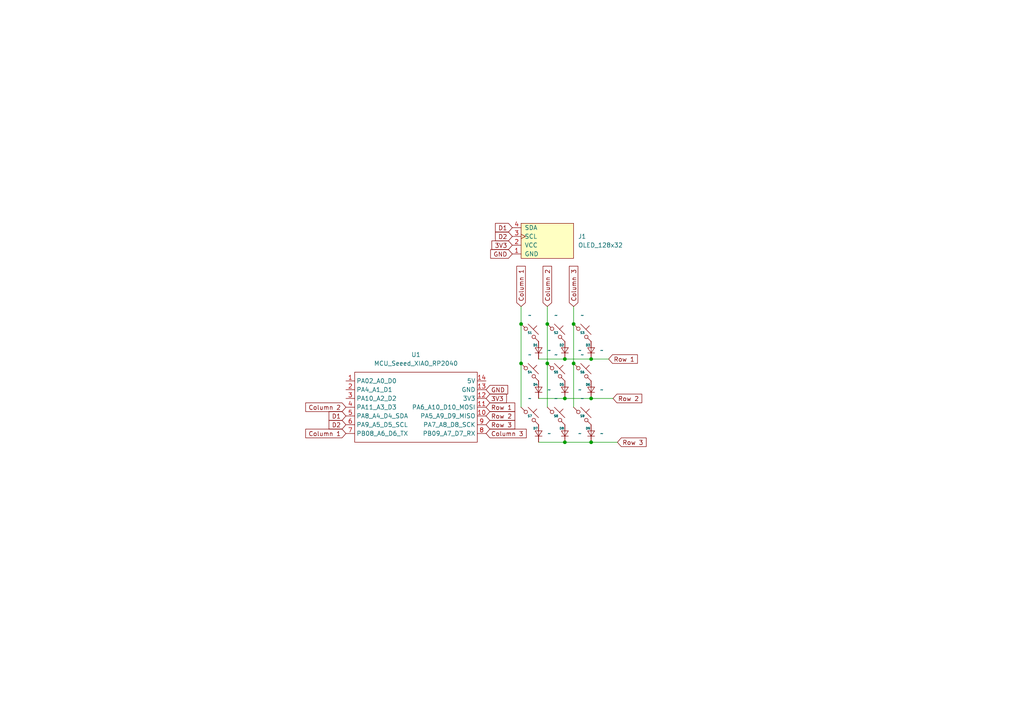
<source format=kicad_sch>
(kicad_sch
	(version 20250114)
	(generator "eeschema")
	(generator_version "9.0")
	(uuid "4175a7e9-5381-4230-93eb-bdee5aadb25e")
	(paper "A4")
	(lib_symbols
		(symbol "ScottoKeebs:MCU_Seeed_XIAO_RP2040"
			(exclude_from_sim no)
			(in_bom yes)
			(on_board yes)
			(property "Reference" "U"
				(at -16.51 11.43 0)
				(effects
					(font
						(size 1.27 1.27)
					)
				)
			)
			(property "Value" "MCU_Seeed_XIAO_RP2040"
				(at -3.81 -11.43 0)
				(effects
					(font
						(size 1.27 1.27)
					)
				)
			)
			(property "Footprint" ""
				(at -16.51 2.54 0)
				(effects
					(font
						(size 1.27 1.27)
					)
					(hide yes)
				)
			)
			(property "Datasheet" ""
				(at -16.51 2.54 0)
				(effects
					(font
						(size 1.27 1.27)
					)
					(hide yes)
				)
			)
			(property "Description" ""
				(at 0 0 0)
				(effects
					(font
						(size 1.27 1.27)
					)
					(hide yes)
				)
			)
			(symbol "MCU_Seeed_XIAO_RP2040_0_1"
				(rectangle
					(start -16.51 10.16)
					(end 19.05 -10.16)
					(stroke
						(width 0)
						(type default)
					)
					(fill
						(type none)
					)
				)
			)
			(symbol "MCU_Seeed_XIAO_RP2040_1_1"
				(pin passive line
					(at -19.05 7.62 0)
					(length 2.54)
					(name "PA02_A0_D0"
						(effects
							(font
								(size 1.27 1.27)
							)
						)
					)
					(number "1"
						(effects
							(font
								(size 1.27 1.27)
							)
						)
					)
				)
				(pin passive line
					(at -19.05 5.08 0)
					(length 2.54)
					(name "PA4_A1_D1"
						(effects
							(font
								(size 1.27 1.27)
							)
						)
					)
					(number "2"
						(effects
							(font
								(size 1.27 1.27)
							)
						)
					)
				)
				(pin passive line
					(at -19.05 2.54 0)
					(length 2.54)
					(name "PA10_A2_D2"
						(effects
							(font
								(size 1.27 1.27)
							)
						)
					)
					(number "3"
						(effects
							(font
								(size 1.27 1.27)
							)
						)
					)
				)
				(pin passive line
					(at -19.05 0 0)
					(length 2.54)
					(name "PA11_A3_D3"
						(effects
							(font
								(size 1.27 1.27)
							)
						)
					)
					(number "4"
						(effects
							(font
								(size 1.27 1.27)
							)
						)
					)
				)
				(pin passive line
					(at -19.05 -2.54 0)
					(length 2.54)
					(name "PA8_A4_D4_SDA"
						(effects
							(font
								(size 1.27 1.27)
							)
						)
					)
					(number "5"
						(effects
							(font
								(size 1.27 1.27)
							)
						)
					)
				)
				(pin passive line
					(at -19.05 -5.08 0)
					(length 2.54)
					(name "PA9_A5_D5_SCL"
						(effects
							(font
								(size 1.27 1.27)
							)
						)
					)
					(number "6"
						(effects
							(font
								(size 1.27 1.27)
							)
						)
					)
				)
				(pin passive line
					(at -19.05 -7.62 0)
					(length 2.54)
					(name "PB08_A6_D6_TX"
						(effects
							(font
								(size 1.27 1.27)
							)
						)
					)
					(number "7"
						(effects
							(font
								(size 1.27 1.27)
							)
						)
					)
				)
				(pin passive line
					(at 21.59 7.62 180)
					(length 2.54)
					(name "5V"
						(effects
							(font
								(size 1.27 1.27)
							)
						)
					)
					(number "14"
						(effects
							(font
								(size 1.27 1.27)
							)
						)
					)
				)
				(pin passive line
					(at 21.59 5.08 180)
					(length 2.54)
					(name "GND"
						(effects
							(font
								(size 1.27 1.27)
							)
						)
					)
					(number "13"
						(effects
							(font
								(size 1.27 1.27)
							)
						)
					)
				)
				(pin passive line
					(at 21.59 2.54 180)
					(length 2.54)
					(name "3V3"
						(effects
							(font
								(size 1.27 1.27)
							)
						)
					)
					(number "12"
						(effects
							(font
								(size 1.27 1.27)
							)
						)
					)
				)
				(pin passive line
					(at 21.59 0 180)
					(length 2.54)
					(name "PA6_A10_D10_MOSI"
						(effects
							(font
								(size 1.27 1.27)
							)
						)
					)
					(number "11"
						(effects
							(font
								(size 1.27 1.27)
							)
						)
					)
				)
				(pin passive line
					(at 21.59 -2.54 180)
					(length 2.54)
					(name "PA5_A9_D9_MISO"
						(effects
							(font
								(size 1.27 1.27)
							)
						)
					)
					(number "10"
						(effects
							(font
								(size 1.27 1.27)
							)
						)
					)
				)
				(pin passive line
					(at 21.59 -5.08 180)
					(length 2.54)
					(name "PA7_A8_D8_SCK"
						(effects
							(font
								(size 1.27 1.27)
							)
						)
					)
					(number "9"
						(effects
							(font
								(size 1.27 1.27)
							)
						)
					)
				)
				(pin passive line
					(at 21.59 -7.62 180)
					(length 2.54)
					(name "PB09_A7_D7_RX"
						(effects
							(font
								(size 1.27 1.27)
							)
						)
					)
					(number "8"
						(effects
							(font
								(size 1.27 1.27)
							)
						)
					)
				)
			)
			(embedded_fonts no)
		)
		(symbol "ScottoKeebs:OLED_128x32"
			(pin_names
				(offset 1.016)
			)
			(exclude_from_sim no)
			(in_bom yes)
			(on_board yes)
			(property "Reference" "J"
				(at 0 -6.35 0)
				(effects
					(font
						(size 1.27 1.27)
					)
				)
			)
			(property "Value" "OLED_128x32"
				(at 0 6.35 0)
				(effects
					(font
						(size 1.27 1.27)
					)
				)
			)
			(property "Footprint" "ScottoKeebs_Components:OLED_128x32"
				(at 0 8.89 0)
				(effects
					(font
						(size 1.27 1.27)
					)
					(hide yes)
				)
			)
			(property "Datasheet" ""
				(at 0 1.27 0)
				(effects
					(font
						(size 1.27 1.27)
					)
					(hide yes)
				)
			)
			(property "Description" ""
				(at 0 0 0)
				(effects
					(font
						(size 1.27 1.27)
					)
					(hide yes)
				)
			)
			(symbol "OLED_128x32_0_1"
				(rectangle
					(start 0 5.08)
					(end 15.24 -5.08)
					(stroke
						(width 0)
						(type default)
					)
					(fill
						(type background)
					)
				)
			)
			(symbol "OLED_128x32_1_1"
				(pin bidirectional line
					(at -2.54 3.81 0)
					(length 2.54)
					(name "SDA"
						(effects
							(font
								(size 1.27 1.27)
							)
						)
					)
					(number "4"
						(effects
							(font
								(size 1.27 1.27)
							)
						)
					)
				)
				(pin input clock
					(at -2.54 1.27 0)
					(length 2.54)
					(name "SCL"
						(effects
							(font
								(size 1.27 1.27)
							)
						)
					)
					(number "3"
						(effects
							(font
								(size 1.27 1.27)
							)
						)
					)
				)
				(pin power_in line
					(at -2.54 -1.27 0)
					(length 2.54)
					(name "VCC"
						(effects
							(font
								(size 1.27 1.27)
							)
						)
					)
					(number "2"
						(effects
							(font
								(size 1.27 1.27)
							)
						)
					)
				)
				(pin power_in line
					(at -2.54 -3.81 0)
					(length 2.54)
					(name "GND"
						(effects
							(font
								(size 1.27 1.27)
							)
						)
					)
					(number "1"
						(effects
							(font
								(size 1.27 1.27)
							)
						)
					)
				)
			)
			(embedded_fonts no)
		)
		(symbol "ScottoKeebs:Placeholder_Diode"
			(pin_numbers
				(hide yes)
			)
			(pin_names
				(hide yes)
			)
			(exclude_from_sim no)
			(in_bom yes)
			(on_board yes)
			(property "Reference" "D"
				(at -0.15 1.066 0)
				(do_not_autoplace)
				(effects
					(font
						(size 0.635 0.635)
						(thickness 0.127)
						(bold yes)
					)
					(justify right bottom)
				)
			)
			(property "Value" ""
				(at 2.54 0 90)
				(effects
					(font
						(size 1.27 1.27)
					)
				)
			)
			(property "Footprint" ""
				(at 0 0 90)
				(effects
					(font
						(size 1.27 1.27)
					)
					(hide yes)
				)
			)
			(property "Datasheet" ""
				(at 0 0 90)
				(effects
					(font
						(size 1.27 1.27)
					)
					(hide yes)
				)
			)
			(property "Description" ""
				(at 3.81 0 90)
				(effects
					(font
						(size 1.27 1.27)
					)
					(hide yes)
				)
			)
			(property "ki_keywords" "diode"
				(at 0 0 0)
				(effects
					(font
						(size 1.27 1.27)
					)
					(hide yes)
				)
			)
			(property "ki_fp_filters" "D*DO?35*"
				(at 0 0 0)
				(effects
					(font
						(size 1.27 1.27)
					)
					(hide yes)
				)
			)
			(symbol "Placeholder_Diode_0_1"
				(polyline
					(pts
						(xy 0 -0.762) (xy 0 0.762)
					)
					(stroke
						(width 0)
						(type default)
					)
					(fill
						(type none)
					)
				)
			)
			(symbol "Placeholder_Diode_1_1"
				(polyline
					(pts
						(xy 1.016 0.762) (xy 0 -0.762) (xy -1.016 0.762) (xy 1.016 0.762)
					)
					(stroke
						(width 0.1524)
						(type default)
					)
					(fill
						(type none)
					)
				)
				(polyline
					(pts
						(xy 1.016 -0.762) (xy -1.016 -0.762)
					)
					(stroke
						(width 0.1524)
						(type default)
					)
					(fill
						(type none)
					)
				)
				(pin passive line
					(at 0 2.54 270)
					(length 1.778)
					(name "A"
						(effects
							(font
								(size 1.27 1.27)
							)
						)
					)
					(number "2"
						(effects
							(font
								(size 1.27 1.27)
							)
						)
					)
				)
				(pin passive line
					(at 0 -2.54 90)
					(length 1.778)
					(name "K"
						(effects
							(font
								(size 1.27 1.27)
							)
						)
					)
					(number "1"
						(effects
							(font
								(size 1.27 1.27)
							)
						)
					)
				)
			)
			(embedded_fonts no)
		)
		(symbol "ScottoKeebs:Placeholder_Keyswitch"
			(pin_numbers
				(hide yes)
			)
			(pin_names
				(offset 1.016)
				(hide yes)
			)
			(exclude_from_sim no)
			(in_bom yes)
			(on_board yes)
			(property "Reference" "S"
				(at 0 0 0)
				(do_not_autoplace)
				(effects
					(font
						(size 0.635 0.635)
						(thickness 0.127)
						(bold yes)
					)
				)
			)
			(property "Value" ""
				(at 0 -3.81 0)
				(effects
					(font
						(size 1.27 1.27)
					)
				)
			)
			(property "Footprint" ""
				(at 0 0 0)
				(effects
					(font
						(size 1.27 1.27)
					)
					(hide yes)
				)
			)
			(property "Datasheet" ""
				(at -2.54 -1.778 0)
				(effects
					(font
						(size 1.27 1.27)
					)
					(hide yes)
				)
			)
			(property "Description" ""
				(at 0 0 0)
				(effects
					(font
						(size 1.27 1.27)
					)
					(hide yes)
				)
			)
			(property "ki_keywords" "switch normally-open pushbutton push-button"
				(at 0 0 0)
				(effects
					(font
						(size 1.27 1.27)
					)
					(hide yes)
				)
			)
			(symbol "Placeholder_Keyswitch_0_1"
				(polyline
					(pts
						(xy -2.54 2.54) (xy -1.524 1.524) (xy -1.524 1.524)
					)
					(stroke
						(width 0)
						(type default)
					)
					(fill
						(type none)
					)
				)
				(circle
					(center -1.1684 1.1684)
					(radius 0.508)
					(stroke
						(width 0)
						(type default)
					)
					(fill
						(type none)
					)
				)
				(polyline
					(pts
						(xy -0.508 2.54) (xy 2.54 -0.508)
					)
					(stroke
						(width 0)
						(type default)
					)
					(fill
						(type none)
					)
				)
				(polyline
					(pts
						(xy 1.016 1.016) (xy 2.032 2.032)
					)
					(stroke
						(width 0)
						(type default)
					)
					(fill
						(type none)
					)
				)
				(circle
					(center 1.143 -1.1938)
					(radius 0.508)
					(stroke
						(width 0)
						(type default)
					)
					(fill
						(type none)
					)
				)
				(polyline
					(pts
						(xy 1.524 -1.524) (xy 2.54 -2.54) (xy 2.54 -2.54) (xy 2.54 -2.54)
					)
					(stroke
						(width 0)
						(type default)
					)
					(fill
						(type none)
					)
				)
				(pin passive line
					(at -2.54 2.54 0)
					(length 0)
					(name "1"
						(effects
							(font
								(size 1.27 1.27)
							)
						)
					)
					(number "1"
						(effects
							(font
								(size 1.27 1.27)
							)
						)
					)
				)
				(pin passive line
					(at 2.54 -2.54 180)
					(length 0)
					(name "2"
						(effects
							(font
								(size 1.27 1.27)
							)
						)
					)
					(number "2"
						(effects
							(font
								(size 1.27 1.27)
							)
						)
					)
				)
			)
			(embedded_fonts no)
		)
	)
	(junction
		(at 158.75 93.98)
		(diameter 0)
		(color 0 0 0 0)
		(uuid "0ca30822-5bce-441a-8178-30535562f3b5")
	)
	(junction
		(at 171.45 128.27)
		(diameter 0)
		(color 0 0 0 0)
		(uuid "24204a1b-000b-400c-8226-2174e9cfc488")
	)
	(junction
		(at 163.83 115.57)
		(diameter 0)
		(color 0 0 0 0)
		(uuid "2e33d298-7bae-46f6-ac89-05341b06fe60")
	)
	(junction
		(at 166.37 105.41)
		(diameter 0)
		(color 0 0 0 0)
		(uuid "5ec39e81-e372-4864-ba03-2fea07d2eea0")
	)
	(junction
		(at 163.83 104.14)
		(diameter 0)
		(color 0 0 0 0)
		(uuid "600c19f6-de15-4f5e-9391-c3178d6f6261")
	)
	(junction
		(at 158.75 105.41)
		(diameter 0)
		(color 0 0 0 0)
		(uuid "721f102f-192c-4c71-9b08-76a34549ecec")
	)
	(junction
		(at 163.83 128.27)
		(diameter 0)
		(color 0 0 0 0)
		(uuid "bb8f9813-972c-4ee7-a512-57c918d52d97")
	)
	(junction
		(at 171.45 104.14)
		(diameter 0)
		(color 0 0 0 0)
		(uuid "c99334aa-4f93-4197-b6f1-19b637f59085")
	)
	(junction
		(at 166.37 93.98)
		(diameter 0)
		(color 0 0 0 0)
		(uuid "c9a0651c-092f-437a-8bff-574928622be4")
	)
	(junction
		(at 151.13 105.41)
		(diameter 0)
		(color 0 0 0 0)
		(uuid "ce86d260-58cf-4616-9547-f15edb6f7975")
	)
	(junction
		(at 151.13 93.98)
		(diameter 0)
		(color 0 0 0 0)
		(uuid "e233119e-e2a8-4151-b7b6-43085e7f8944")
	)
	(junction
		(at 171.45 115.57)
		(diameter 0)
		(color 0 0 0 0)
		(uuid "e5ec2140-5869-483f-8334-ccb1ab6f08ea")
	)
	(wire
		(pts
			(xy 171.45 128.27) (xy 179.07 128.27)
		)
		(stroke
			(width 0)
			(type default)
		)
		(uuid "0ecb44a3-0e39-48ef-a1f8-bea890ebe92a")
	)
	(wire
		(pts
			(xy 156.21 128.27) (xy 163.83 128.27)
		)
		(stroke
			(width 0)
			(type default)
		)
		(uuid "179584f7-c20d-4ba3-a9f3-cd3cb0ef8f1c")
	)
	(wire
		(pts
			(xy 163.83 104.14) (xy 171.45 104.14)
		)
		(stroke
			(width 0)
			(type default)
		)
		(uuid "2d59d9c0-b549-4ee6-aa76-eef5fbd662fb")
	)
	(wire
		(pts
			(xy 158.75 93.98) (xy 158.75 105.41)
		)
		(stroke
			(width 0)
			(type default)
		)
		(uuid "2d815ec3-1413-4af2-9586-8b7f99e2f413")
	)
	(wire
		(pts
			(xy 151.13 105.41) (xy 151.13 118.11)
		)
		(stroke
			(width 0)
			(type default)
		)
		(uuid "3e8dc4c8-f566-479d-9f77-727f3a1e2545")
	)
	(wire
		(pts
			(xy 166.37 93.98) (xy 166.37 105.41)
		)
		(stroke
			(width 0)
			(type default)
		)
		(uuid "3f283f42-f5f1-4d55-8342-3af6c0f006eb")
	)
	(wire
		(pts
			(xy 156.21 104.14) (xy 163.83 104.14)
		)
		(stroke
			(width 0)
			(type default)
		)
		(uuid "5992162a-31db-473e-834a-37595bc193a4")
	)
	(wire
		(pts
			(xy 158.75 88.9) (xy 158.75 93.98)
		)
		(stroke
			(width 0)
			(type default)
		)
		(uuid "7e6775c1-0f79-4b57-9be9-efdcb11a5dff")
	)
	(wire
		(pts
			(xy 151.13 93.98) (xy 151.13 105.41)
		)
		(stroke
			(width 0)
			(type default)
		)
		(uuid "87264637-72bc-4869-9c73-fd9ef38fcb27")
	)
	(wire
		(pts
			(xy 156.21 115.57) (xy 163.83 115.57)
		)
		(stroke
			(width 0)
			(type default)
		)
		(uuid "98518ffd-84d5-48ef-a771-2110623eb296")
	)
	(wire
		(pts
			(xy 163.83 128.27) (xy 171.45 128.27)
		)
		(stroke
			(width 0)
			(type default)
		)
		(uuid "99b3d7f2-0f82-4c65-95ce-f0a2c76d3680")
	)
	(wire
		(pts
			(xy 166.37 105.41) (xy 166.37 118.11)
		)
		(stroke
			(width 0)
			(type default)
		)
		(uuid "9e792753-b6ea-4976-b5e0-572ff1bd1b9f")
	)
	(wire
		(pts
			(xy 166.37 88.9) (xy 166.37 93.98)
		)
		(stroke
			(width 0)
			(type default)
		)
		(uuid "b6e1439d-036c-4ffe-bd45-1c9a9918fb00")
	)
	(wire
		(pts
			(xy 177.8 115.57) (xy 171.45 115.57)
		)
		(stroke
			(width 0)
			(type default)
		)
		(uuid "bb99a53e-170e-4388-afbc-e7c565a3cfe8")
	)
	(wire
		(pts
			(xy 158.75 105.41) (xy 158.75 118.11)
		)
		(stroke
			(width 0)
			(type default)
		)
		(uuid "dcc37d93-5130-4717-b48a-027a1b9ebe35")
	)
	(wire
		(pts
			(xy 163.83 115.57) (xy 171.45 115.57)
		)
		(stroke
			(width 0)
			(type default)
		)
		(uuid "df235d79-99a5-4b73-b178-7f9ca6a9a275")
	)
	(wire
		(pts
			(xy 151.13 88.9) (xy 151.13 93.98)
		)
		(stroke
			(width 0)
			(type default)
		)
		(uuid "ed68b0b1-68bc-4b68-8fc5-aed88e63f59a")
	)
	(wire
		(pts
			(xy 176.53 104.14) (xy 171.45 104.14)
		)
		(stroke
			(width 0)
			(type default)
		)
		(uuid "ed9f7563-66f5-452e-99e3-c6fca42032f5")
	)
	(global_label "Column 3"
		(shape input)
		(at 140.97 125.73 0)
		(fields_autoplaced yes)
		(effects
			(font
				(size 1.27 1.27)
			)
			(justify left)
		)
		(uuid "1d3635dc-7581-42de-a7a5-1a5cf544a9bb")
		(property "Intersheetrefs" "${INTERSHEET_REFS}"
			(at 153.2078 125.73 0)
			(effects
				(font
					(size 1.27 1.27)
				)
				(justify left)
				(hide yes)
			)
		)
	)
	(global_label "3V3"
		(shape input)
		(at 140.97 115.57 0)
		(fields_autoplaced yes)
		(effects
			(font
				(size 1.27 1.27)
			)
			(justify left)
		)
		(uuid "1e0184c5-e99a-4fa1-a5f5-cd46816eb355")
		(property "Intersheetrefs" "${INTERSHEET_REFS}"
			(at 147.4628 115.57 0)
			(effects
				(font
					(size 1.27 1.27)
				)
				(justify left)
				(hide yes)
			)
		)
	)
	(global_label "Column 3"
		(shape input)
		(at 166.37 88.9 90)
		(fields_autoplaced yes)
		(effects
			(font
				(size 1.27 1.27)
			)
			(justify left)
		)
		(uuid "1fd36e51-7d26-47a1-996f-93a8b39e5e99")
		(property "Intersheetrefs" "${INTERSHEET_REFS}"
			(at 166.37 76.6622 90)
			(effects
				(font
					(size 1.27 1.27)
				)
				(justify left)
				(hide yes)
			)
		)
	)
	(global_label "3V3"
		(shape input)
		(at 148.59 71.12 180)
		(fields_autoplaced yes)
		(effects
			(font
				(size 1.27 1.27)
			)
			(justify right)
		)
		(uuid "217feb87-b30c-41a3-85ae-22980fee6752")
		(property "Intersheetrefs" "${INTERSHEET_REFS}"
			(at 142.0972 71.12 0)
			(effects
				(font
					(size 1.27 1.27)
				)
				(justify right)
				(hide yes)
			)
		)
	)
	(global_label "GND"
		(shape input)
		(at 148.59 73.66 180)
		(fields_autoplaced yes)
		(effects
			(font
				(size 1.27 1.27)
			)
			(justify right)
		)
		(uuid "301b3974-6b62-42f0-852a-2973b5626a9c")
		(property "Intersheetrefs" "${INTERSHEET_REFS}"
			(at 141.7343 73.66 0)
			(effects
				(font
					(size 1.27 1.27)
				)
				(justify right)
				(hide yes)
			)
		)
	)
	(global_label "D2"
		(shape input)
		(at 100.33 123.19 180)
		(fields_autoplaced yes)
		(effects
			(font
				(size 1.27 1.27)
			)
			(justify right)
		)
		(uuid "30633613-851b-435c-924d-064afff74668")
		(property "Intersheetrefs" "${INTERSHEET_REFS}"
			(at 94.8653 123.19 0)
			(effects
				(font
					(size 1.27 1.27)
				)
				(justify right)
				(hide yes)
			)
		)
	)
	(global_label "GND"
		(shape input)
		(at 140.97 113.03 0)
		(fields_autoplaced yes)
		(effects
			(font
				(size 1.27 1.27)
			)
			(justify left)
		)
		(uuid "49a85f0c-bc1e-4c23-9ef4-b140b235fa8e")
		(property "Intersheetrefs" "${INTERSHEET_REFS}"
			(at 147.8257 113.03 0)
			(effects
				(font
					(size 1.27 1.27)
				)
				(justify left)
				(hide yes)
			)
		)
	)
	(global_label "D1"
		(shape input)
		(at 148.59 66.04 180)
		(fields_autoplaced yes)
		(effects
			(font
				(size 1.27 1.27)
			)
			(justify right)
		)
		(uuid "4cea1e4f-e4a8-4629-b4e8-0792cb857c30")
		(property "Intersheetrefs" "${INTERSHEET_REFS}"
			(at 143.1253 66.04 0)
			(effects
				(font
					(size 1.27 1.27)
				)
				(justify right)
				(hide yes)
			)
		)
	)
	(global_label "Column 1"
		(shape input)
		(at 100.33 125.73 180)
		(fields_autoplaced yes)
		(effects
			(font
				(size 1.27 1.27)
			)
			(justify right)
		)
		(uuid "5f41f3bd-37bf-454c-90ea-e0b62b980828")
		(property "Intersheetrefs" "${INTERSHEET_REFS}"
			(at 88.0922 125.73 0)
			(effects
				(font
					(size 1.27 1.27)
				)
				(justify right)
				(hide yes)
			)
		)
	)
	(global_label "Column 2"
		(shape input)
		(at 158.75 88.9 90)
		(fields_autoplaced yes)
		(effects
			(font
				(size 1.27 1.27)
			)
			(justify left)
		)
		(uuid "6f7da8b1-fb50-49ff-bbe7-b697553f2a03")
		(property "Intersheetrefs" "${INTERSHEET_REFS}"
			(at 158.75 76.6622 90)
			(effects
				(font
					(size 1.27 1.27)
				)
				(justify left)
				(hide yes)
			)
		)
	)
	(global_label "Row 2"
		(shape input)
		(at 140.97 120.65 0)
		(fields_autoplaced yes)
		(effects
			(font
				(size 1.27 1.27)
			)
			(justify left)
		)
		(uuid "9944320a-2a96-40f0-81ca-86e2c62678a0")
		(property "Intersheetrefs" "${INTERSHEET_REFS}"
			(at 149.8818 120.65 0)
			(effects
				(font
					(size 1.27 1.27)
				)
				(justify left)
				(hide yes)
			)
		)
	)
	(global_label "Row 3"
		(shape input)
		(at 140.97 123.19 0)
		(fields_autoplaced yes)
		(effects
			(font
				(size 1.27 1.27)
			)
			(justify left)
		)
		(uuid "a101a761-4a80-40de-96fa-18fbef5bcd32")
		(property "Intersheetrefs" "${INTERSHEET_REFS}"
			(at 149.8818 123.19 0)
			(effects
				(font
					(size 1.27 1.27)
				)
				(justify left)
				(hide yes)
			)
		)
	)
	(global_label "Row 2"
		(shape input)
		(at 177.8 115.57 0)
		(fields_autoplaced yes)
		(effects
			(font
				(size 1.27 1.27)
			)
			(justify left)
		)
		(uuid "ae71e5a4-8f63-49cc-a6a2-854cbe25e7cf")
		(property "Intersheetrefs" "${INTERSHEET_REFS}"
			(at 186.7118 115.57 0)
			(effects
				(font
					(size 1.27 1.27)
				)
				(justify left)
				(hide yes)
			)
		)
	)
	(global_label "Column 1"
		(shape input)
		(at 151.13 88.9 90)
		(fields_autoplaced yes)
		(effects
			(font
				(size 1.27 1.27)
			)
			(justify left)
		)
		(uuid "be947ce9-d144-4868-a326-156314139883")
		(property "Intersheetrefs" "${INTERSHEET_REFS}"
			(at 151.13 76.6622 90)
			(effects
				(font
					(size 1.27 1.27)
				)
				(justify left)
				(hide yes)
			)
		)
	)
	(global_label "Row 1"
		(shape input)
		(at 140.97 118.11 0)
		(fields_autoplaced yes)
		(effects
			(font
				(size 1.27 1.27)
			)
			(justify left)
		)
		(uuid "c2a21110-6560-49fd-9501-0ee07274e39d")
		(property "Intersheetrefs" "${INTERSHEET_REFS}"
			(at 149.8818 118.11 0)
			(effects
				(font
					(size 1.27 1.27)
				)
				(justify left)
				(hide yes)
			)
		)
	)
	(global_label "Row 3"
		(shape input)
		(at 179.07 128.27 0)
		(fields_autoplaced yes)
		(effects
			(font
				(size 1.27 1.27)
			)
			(justify left)
		)
		(uuid "c2b43d70-7bd8-4c0b-a297-a00122933bc0")
		(property "Intersheetrefs" "${INTERSHEET_REFS}"
			(at 187.9818 128.27 0)
			(effects
				(font
					(size 1.27 1.27)
				)
				(justify left)
				(hide yes)
			)
		)
	)
	(global_label "D1"
		(shape input)
		(at 100.33 120.65 180)
		(fields_autoplaced yes)
		(effects
			(font
				(size 1.27 1.27)
			)
			(justify right)
		)
		(uuid "d0c3c278-8d05-4b10-a35c-e6ff6c722ca9")
		(property "Intersheetrefs" "${INTERSHEET_REFS}"
			(at 94.8653 120.65 0)
			(effects
				(font
					(size 1.27 1.27)
				)
				(justify right)
				(hide yes)
			)
		)
	)
	(global_label "Column 2"
		(shape input)
		(at 100.33 118.11 180)
		(fields_autoplaced yes)
		(effects
			(font
				(size 1.27 1.27)
			)
			(justify right)
		)
		(uuid "d7276e7f-0107-4f77-bbd7-a2992f89fa27")
		(property "Intersheetrefs" "${INTERSHEET_REFS}"
			(at 88.0922 118.11 0)
			(effects
				(font
					(size 1.27 1.27)
				)
				(justify right)
				(hide yes)
			)
		)
	)
	(global_label "D2"
		(shape input)
		(at 148.59 68.58 180)
		(fields_autoplaced yes)
		(effects
			(font
				(size 1.27 1.27)
			)
			(justify right)
		)
		(uuid "f24f1baa-70d6-4ee5-bbc8-872a0fc34bc8")
		(property "Intersheetrefs" "${INTERSHEET_REFS}"
			(at 143.1253 68.58 0)
			(effects
				(font
					(size 1.27 1.27)
				)
				(justify right)
				(hide yes)
			)
		)
	)
	(global_label "Row 1"
		(shape input)
		(at 176.53 104.14 0)
		(fields_autoplaced yes)
		(effects
			(font
				(size 1.27 1.27)
			)
			(justify left)
		)
		(uuid "fcc177fb-2fa3-47c2-8e19-8edbaec45b56")
		(property "Intersheetrefs" "${INTERSHEET_REFS}"
			(at 185.4418 104.14 0)
			(effects
				(font
					(size 1.27 1.27)
				)
				(justify left)
				(hide yes)
			)
		)
	)
	(symbol
		(lib_id "ScottoKeebs:Placeholder_Diode")
		(at 171.45 101.6 0)
		(unit 1)
		(exclude_from_sim no)
		(in_bom yes)
		(on_board yes)
		(dnp no)
		(fields_autoplaced yes)
		(uuid "094e585f-982b-4ff1-bd70-02c78e3d1dff")
		(property "Reference" "D3"
			(at 171.3 100.534 0)
			(do_not_autoplace yes)
			(effects
				(font
					(size 0.635 0.635)
					(thickness 0.127)
					(bold yes)
				)
				(justify right bottom)
			)
		)
		(property "Value" "~"
			(at 173.99 101.5999 0)
			(effects
				(font
					(size 1.27 1.27)
				)
				(justify left)
			)
		)
		(property "Footprint" "ScottoKeebs_Components:Diode_DO-35"
			(at 171.45 101.6 90)
			(effects
				(font
					(size 1.27 1.27)
				)
				(hide yes)
			)
		)
		(property "Datasheet" ""
			(at 171.45 101.6 90)
			(effects
				(font
					(size 1.27 1.27)
				)
				(hide yes)
			)
		)
		(property "Description" ""
			(at 175.26 101.6 90)
			(effects
				(font
					(size 1.27 1.27)
				)
				(hide yes)
			)
		)
		(pin "2"
			(uuid "f0c52229-9cac-49ba-bdc5-633a38d4611b")
		)
		(pin "1"
			(uuid "82c24173-14fb-4490-8393-ca0cd053ed67")
		)
		(instances
			(project "aarush hackpad"
				(path "/4175a7e9-5381-4230-93eb-bdee5aadb25e"
					(reference "D3")
					(unit 1)
				)
			)
		)
	)
	(symbol
		(lib_id "ScottoKeebs:Placeholder_Diode")
		(at 163.83 101.6 0)
		(unit 1)
		(exclude_from_sim no)
		(in_bom yes)
		(on_board yes)
		(dnp no)
		(uuid "0b8807c9-9118-4dfd-be5a-3ce62cf6573a")
		(property "Reference" "D2"
			(at 163.68 100.534 0)
			(do_not_autoplace yes)
			(effects
				(font
					(size 0.635 0.635)
					(thickness 0.127)
					(bold yes)
				)
				(justify right bottom)
			)
		)
		(property "Value" "~"
			(at 167.64 101.5999 0)
			(effects
				(font
					(size 1.27 1.27)
				)
				(justify left)
			)
		)
		(property "Footprint" "ScottoKeebs_Components:Diode_DO-35"
			(at 163.83 101.6 90)
			(effects
				(font
					(size 1.27 1.27)
				)
				(hide yes)
			)
		)
		(property "Datasheet" ""
			(at 163.83 101.6 90)
			(effects
				(font
					(size 1.27 1.27)
				)
				(hide yes)
			)
		)
		(property "Description" ""
			(at 167.64 101.6 90)
			(effects
				(font
					(size 1.27 1.27)
				)
				(hide yes)
			)
		)
		(pin "2"
			(uuid "be333b67-3cc6-4c73-a425-fad7ecf77deb")
		)
		(pin "1"
			(uuid "cce0754c-3df1-4fc8-bd90-96d7cbd150bd")
		)
		(instances
			(project "aarush hackpad"
				(path "/4175a7e9-5381-4230-93eb-bdee5aadb25e"
					(reference "D2")
					(unit 1)
				)
			)
		)
	)
	(symbol
		(lib_id "ScottoKeebs:Placeholder_Keyswitch")
		(at 168.91 96.52 0)
		(unit 1)
		(exclude_from_sim no)
		(in_bom yes)
		(on_board yes)
		(dnp no)
		(fields_autoplaced yes)
		(uuid "1ee2036f-c878-43c1-a09e-163282ddbada")
		(property "Reference" "S3"
			(at 168.91 96.52 0)
			(do_not_autoplace yes)
			(effects
				(font
					(size 0.635 0.635)
					(thickness 0.127)
					(bold yes)
				)
			)
		)
		(property "Value" "~"
			(at 168.91 91.44 0)
			(effects
				(font
					(size 1.27 1.27)
				)
			)
		)
		(property "Footprint" "ScottoKeebs_MX:MX_PCB_1.00u"
			(at 168.91 96.52 0)
			(effects
				(font
					(size 1.27 1.27)
				)
				(hide yes)
			)
		)
		(property "Datasheet" ""
			(at 166.37 98.298 0)
			(effects
				(font
					(size 1.27 1.27)
				)
				(hide yes)
			)
		)
		(property "Description" ""
			(at 168.91 96.52 0)
			(effects
				(font
					(size 1.27 1.27)
				)
				(hide yes)
			)
		)
		(pin "2"
			(uuid "3fc4309a-6520-48f5-81d6-61a103e56139")
		)
		(pin "1"
			(uuid "c121bfd9-51ee-4a66-9237-a9bdb0b77f9b")
		)
		(instances
			(project "aarush hackpad"
				(path "/4175a7e9-5381-4230-93eb-bdee5aadb25e"
					(reference "S3")
					(unit 1)
				)
			)
		)
	)
	(symbol
		(lib_id "ScottoKeebs:Placeholder_Keyswitch")
		(at 153.67 96.52 0)
		(unit 1)
		(exclude_from_sim no)
		(in_bom yes)
		(on_board yes)
		(dnp no)
		(fields_autoplaced yes)
		(uuid "1fb66f6b-ea94-49fc-a74e-7213c514baee")
		(property "Reference" "S1"
			(at 153.67 96.52 0)
			(do_not_autoplace yes)
			(effects
				(font
					(size 0.635 0.635)
					(thickness 0.127)
					(bold yes)
				)
			)
		)
		(property "Value" "~"
			(at 153.67 91.44 0)
			(effects
				(font
					(size 1.27 1.27)
				)
			)
		)
		(property "Footprint" "ScottoKeebs_MX:MX_PCB_1.00u"
			(at 153.67 96.52 0)
			(effects
				(font
					(size 1.27 1.27)
				)
				(hide yes)
			)
		)
		(property "Datasheet" ""
			(at 151.13 98.298 0)
			(effects
				(font
					(size 1.27 1.27)
				)
				(hide yes)
			)
		)
		(property "Description" ""
			(at 153.67 96.52 0)
			(effects
				(font
					(size 1.27 1.27)
				)
				(hide yes)
			)
		)
		(pin "2"
			(uuid "02cbf9dd-5b4a-45fe-946f-49c3b543d80d")
		)
		(pin "1"
			(uuid "1ec6ad92-2ad3-4d72-86fa-812b296f08f3")
		)
		(instances
			(project "aarush hackpad"
				(path "/4175a7e9-5381-4230-93eb-bdee5aadb25e"
					(reference "S1")
					(unit 1)
				)
			)
		)
	)
	(symbol
		(lib_id "ScottoKeebs:Placeholder_Keyswitch")
		(at 161.29 120.65 0)
		(unit 1)
		(exclude_from_sim no)
		(in_bom yes)
		(on_board yes)
		(dnp no)
		(fields_autoplaced yes)
		(uuid "3090957e-b757-428f-825f-8b5a93af50f0")
		(property "Reference" "S8"
			(at 161.29 120.65 0)
			(do_not_autoplace yes)
			(effects
				(font
					(size 0.635 0.635)
					(thickness 0.127)
					(bold yes)
				)
			)
		)
		(property "Value" "~"
			(at 161.29 115.57 0)
			(effects
				(font
					(size 1.27 1.27)
				)
			)
		)
		(property "Footprint" "ScottoKeebs_MX:MX_PCB_1.00u"
			(at 161.29 120.65 0)
			(effects
				(font
					(size 1.27 1.27)
				)
				(hide yes)
			)
		)
		(property "Datasheet" ""
			(at 158.75 122.428 0)
			(effects
				(font
					(size 1.27 1.27)
				)
				(hide yes)
			)
		)
		(property "Description" ""
			(at 161.29 120.65 0)
			(effects
				(font
					(size 1.27 1.27)
				)
				(hide yes)
			)
		)
		(pin "2"
			(uuid "71c4ee48-7ff9-4c6c-9047-003959047691")
		)
		(pin "1"
			(uuid "1d95a0ae-08e5-440e-a91f-9887a892af50")
		)
		(instances
			(project "aarush hackpad"
				(path "/4175a7e9-5381-4230-93eb-bdee5aadb25e"
					(reference "S8")
					(unit 1)
				)
			)
		)
	)
	(symbol
		(lib_id "ScottoKeebs:MCU_Seeed_XIAO_RP2040")
		(at 119.38 118.11 0)
		(unit 1)
		(exclude_from_sim no)
		(in_bom yes)
		(on_board yes)
		(dnp no)
		(fields_autoplaced yes)
		(uuid "32c33ce5-7782-4242-8c98-01f91e640b76")
		(property "Reference" "U1"
			(at 120.65 102.87 0)
			(effects
				(font
					(size 1.27 1.27)
				)
			)
		)
		(property "Value" "MCU_Seeed_XIAO_RP2040"
			(at 120.65 105.41 0)
			(effects
				(font
					(size 1.27 1.27)
				)
			)
		)
		(property "Footprint" "ScottoKeebs_MCU:Seeed_XIAO_RP2040"
			(at 102.87 115.57 0)
			(effects
				(font
					(size 1.27 1.27)
				)
				(hide yes)
			)
		)
		(property "Datasheet" ""
			(at 102.87 115.57 0)
			(effects
				(font
					(size 1.27 1.27)
				)
				(hide yes)
			)
		)
		(property "Description" ""
			(at 119.38 118.11 0)
			(effects
				(font
					(size 1.27 1.27)
				)
				(hide yes)
			)
		)
		(pin "2"
			(uuid "90b9b15a-0a94-4ad8-97ae-096fa1c7d108")
		)
		(pin "7"
			(uuid "4acb5e3c-f18a-405e-94e6-219f24192827")
		)
		(pin "13"
			(uuid "17a55718-9218-4880-8f8c-a6e3a7337a3b")
		)
		(pin "14"
			(uuid "9527dcf8-ef82-4550-b43d-96ff711c0280")
		)
		(pin "3"
			(uuid "236743cd-6f7e-4dc4-896c-2a1512457ab0")
		)
		(pin "4"
			(uuid "db0076ed-8601-4aef-a2f2-a1f2eee29371")
		)
		(pin "12"
			(uuid "c8241a66-9841-49cf-94ab-45e062bf3fe0")
		)
		(pin "1"
			(uuid "a68aa76c-f223-47ca-892d-078213895794")
		)
		(pin "6"
			(uuid "412c33d1-9004-434d-b1d4-a1d7b4cbcd62")
		)
		(pin "10"
			(uuid "35202e6f-8b32-4460-9759-ee5cf7ce6bc9")
		)
		(pin "11"
			(uuid "5532ce86-a173-4e56-9dea-dd32bd5b3dd4")
		)
		(pin "9"
			(uuid "6e64f184-e2d8-49fd-a0c1-a58a23ffd85b")
		)
		(pin "8"
			(uuid "de2b6b3c-1f45-421b-9b02-045e84c32636")
		)
		(pin "5"
			(uuid "f1732044-0a0a-4dc1-9b8c-1c4ff27279e3")
		)
		(instances
			(project "aarush hackpad"
				(path "/4175a7e9-5381-4230-93eb-bdee5aadb25e"
					(reference "U1")
					(unit 1)
				)
			)
		)
	)
	(symbol
		(lib_id "ScottoKeebs:Placeholder_Diode")
		(at 163.83 113.03 0)
		(unit 1)
		(exclude_from_sim no)
		(in_bom yes)
		(on_board yes)
		(dnp no)
		(uuid "3e775a02-fbfe-4e7f-8b2e-c2d4a14b88ce")
		(property "Reference" "D5"
			(at 163.68 111.964 0)
			(do_not_autoplace yes)
			(effects
				(font
					(size 0.635 0.635)
					(thickness 0.127)
					(bold yes)
				)
				(justify right bottom)
			)
		)
		(property "Value" "~"
			(at 167.64 113.0299 0)
			(effects
				(font
					(size 1.27 1.27)
				)
				(justify left)
			)
		)
		(property "Footprint" "ScottoKeebs_Components:Diode_DO-35"
			(at 163.83 113.03 90)
			(effects
				(font
					(size 1.27 1.27)
				)
				(hide yes)
			)
		)
		(property "Datasheet" ""
			(at 163.83 113.03 90)
			(effects
				(font
					(size 1.27 1.27)
				)
				(hide yes)
			)
		)
		(property "Description" ""
			(at 167.64 113.03 90)
			(effects
				(font
					(size 1.27 1.27)
				)
				(hide yes)
			)
		)
		(pin "2"
			(uuid "e72d7df7-b92e-4e8d-813c-0182e375f25d")
		)
		(pin "1"
			(uuid "907843ec-2ffc-43f2-b950-c13de94119dd")
		)
		(instances
			(project "aarush hackpad"
				(path "/4175a7e9-5381-4230-93eb-bdee5aadb25e"
					(reference "D5")
					(unit 1)
				)
			)
		)
	)
	(symbol
		(lib_id "ScottoKeebs:Placeholder_Keyswitch")
		(at 153.67 120.65 0)
		(unit 1)
		(exclude_from_sim no)
		(in_bom yes)
		(on_board yes)
		(dnp no)
		(fields_autoplaced yes)
		(uuid "3ee24f08-e951-4586-ba8a-cc4885b72491")
		(property "Reference" "S7"
			(at 153.67 120.65 0)
			(do_not_autoplace yes)
			(effects
				(font
					(size 0.635 0.635)
					(thickness 0.127)
					(bold yes)
				)
			)
		)
		(property "Value" "~"
			(at 153.67 115.57 0)
			(effects
				(font
					(size 1.27 1.27)
				)
			)
		)
		(property "Footprint" "ScottoKeebs_MX:MX_PCB_1.00u"
			(at 153.67 120.65 0)
			(effects
				(font
					(size 1.27 1.27)
				)
				(hide yes)
			)
		)
		(property "Datasheet" ""
			(at 151.13 122.428 0)
			(effects
				(font
					(size 1.27 1.27)
				)
				(hide yes)
			)
		)
		(property "Description" ""
			(at 153.67 120.65 0)
			(effects
				(font
					(size 1.27 1.27)
				)
				(hide yes)
			)
		)
		(pin "2"
			(uuid "cfbc6198-e557-459c-8f16-91ee1c037cc2")
		)
		(pin "1"
			(uuid "6e6d0c96-d441-4671-9d78-9a398052ced6")
		)
		(instances
			(project "aarush hackpad"
				(path "/4175a7e9-5381-4230-93eb-bdee5aadb25e"
					(reference "S7")
					(unit 1)
				)
			)
		)
	)
	(symbol
		(lib_id "ScottoKeebs:Placeholder_Keyswitch")
		(at 161.29 96.52 0)
		(unit 1)
		(exclude_from_sim no)
		(in_bom yes)
		(on_board yes)
		(dnp no)
		(fields_autoplaced yes)
		(uuid "55b13f98-59af-4af4-b7f3-73bde11224a1")
		(property "Reference" "S2"
			(at 161.29 96.52 0)
			(do_not_autoplace yes)
			(effects
				(font
					(size 0.635 0.635)
					(thickness 0.127)
					(bold yes)
				)
			)
		)
		(property "Value" "~"
			(at 161.29 91.44 0)
			(effects
				(font
					(size 1.27 1.27)
				)
			)
		)
		(property "Footprint" "ScottoKeebs_MX:MX_PCB_1.00u"
			(at 161.29 96.52 0)
			(effects
				(font
					(size 1.27 1.27)
				)
				(hide yes)
			)
		)
		(property "Datasheet" ""
			(at 158.75 98.298 0)
			(effects
				(font
					(size 1.27 1.27)
				)
				(hide yes)
			)
		)
		(property "Description" ""
			(at 161.29 96.52 0)
			(effects
				(font
					(size 1.27 1.27)
				)
				(hide yes)
			)
		)
		(pin "2"
			(uuid "057df2ac-374a-4dd1-bf3d-2b74286c04b7")
		)
		(pin "1"
			(uuid "27d72671-9a24-4434-9cfd-842f7e0b3555")
		)
		(instances
			(project "aarush hackpad"
				(path "/4175a7e9-5381-4230-93eb-bdee5aadb25e"
					(reference "S2")
					(unit 1)
				)
			)
		)
	)
	(symbol
		(lib_id "ScottoKeebs:Placeholder_Diode")
		(at 156.21 113.03 0)
		(unit 1)
		(exclude_from_sim no)
		(in_bom yes)
		(on_board yes)
		(dnp no)
		(fields_autoplaced yes)
		(uuid "6d602f8a-bb9b-4e8f-9605-498856511ac5")
		(property "Reference" "D4"
			(at 156.06 111.964 0)
			(do_not_autoplace yes)
			(effects
				(font
					(size 0.635 0.635)
					(thickness 0.127)
					(bold yes)
				)
				(justify right bottom)
			)
		)
		(property "Value" "~"
			(at 158.75 113.0299 0)
			(effects
				(font
					(size 1.27 1.27)
				)
				(justify left)
			)
		)
		(property "Footprint" "ScottoKeebs_Components:Diode_DO-35"
			(at 156.21 113.03 90)
			(effects
				(font
					(size 1.27 1.27)
				)
				(hide yes)
			)
		)
		(property "Datasheet" ""
			(at 156.21 113.03 90)
			(effects
				(font
					(size 1.27 1.27)
				)
				(hide yes)
			)
		)
		(property "Description" ""
			(at 160.02 113.03 90)
			(effects
				(font
					(size 1.27 1.27)
				)
				(hide yes)
			)
		)
		(pin "2"
			(uuid "27af58c6-a257-43ec-b4c8-9fc421851af2")
		)
		(pin "1"
			(uuid "cb0027cd-a743-4748-9436-699ad66f27f3")
		)
		(instances
			(project "aarush hackpad"
				(path "/4175a7e9-5381-4230-93eb-bdee5aadb25e"
					(reference "D4")
					(unit 1)
				)
			)
		)
	)
	(symbol
		(lib_id "ScottoKeebs:OLED_128x32")
		(at 151.13 69.85 0)
		(unit 1)
		(exclude_from_sim no)
		(in_bom yes)
		(on_board yes)
		(dnp no)
		(fields_autoplaced yes)
		(uuid "70236910-1d48-4672-819c-9dd1dbb6cb6b")
		(property "Reference" "J1"
			(at 167.64 68.5799 0)
			(effects
				(font
					(size 1.27 1.27)
				)
				(justify left)
			)
		)
		(property "Value" "OLED_128x32"
			(at 167.64 71.1199 0)
			(effects
				(font
					(size 1.27 1.27)
				)
				(justify left)
			)
		)
		(property "Footprint" "ScottoKeebs_Components:OLED_128x32"
			(at 151.13 60.96 0)
			(effects
				(font
					(size 1.27 1.27)
				)
				(hide yes)
			)
		)
		(property "Datasheet" ""
			(at 151.13 68.58 0)
			(effects
				(font
					(size 1.27 1.27)
				)
				(hide yes)
			)
		)
		(property "Description" ""
			(at 151.13 69.85 0)
			(effects
				(font
					(size 1.27 1.27)
				)
				(hide yes)
			)
		)
		(pin "4"
			(uuid "2394fe77-c569-4cea-a3db-9927d0bcb464")
		)
		(pin "3"
			(uuid "7896b7a5-99fd-496f-b3f0-59b0b5bf3d5b")
		)
		(pin "1"
			(uuid "1004f80f-437e-4cf7-971f-e95791bee6ad")
		)
		(pin "2"
			(uuid "5142416d-d961-4675-968b-44cb5586d5e1")
		)
		(instances
			(project "aarush hackpad"
				(path "/4175a7e9-5381-4230-93eb-bdee5aadb25e"
					(reference "J1")
					(unit 1)
				)
			)
		)
	)
	(symbol
		(lib_id "ScottoKeebs:Placeholder_Keyswitch")
		(at 168.91 107.95 0)
		(unit 1)
		(exclude_from_sim no)
		(in_bom yes)
		(on_board yes)
		(dnp no)
		(fields_autoplaced yes)
		(uuid "820c1e8b-5198-495b-812c-1b97e3e1fe79")
		(property "Reference" "S6"
			(at 168.91 107.95 0)
			(do_not_autoplace yes)
			(effects
				(font
					(size 0.635 0.635)
					(thickness 0.127)
					(bold yes)
				)
			)
		)
		(property "Value" "~"
			(at 168.91 102.87 0)
			(effects
				(font
					(size 1.27 1.27)
				)
			)
		)
		(property "Footprint" "ScottoKeebs_MX:MX_PCB_1.00u"
			(at 168.91 107.95 0)
			(effects
				(font
					(size 1.27 1.27)
				)
				(hide yes)
			)
		)
		(property "Datasheet" ""
			(at 166.37 109.728 0)
			(effects
				(font
					(size 1.27 1.27)
				)
				(hide yes)
			)
		)
		(property "Description" ""
			(at 168.91 107.95 0)
			(effects
				(font
					(size 1.27 1.27)
				)
				(hide yes)
			)
		)
		(pin "2"
			(uuid "429e89a2-18a3-46da-8ebf-d9f9e9c65151")
		)
		(pin "1"
			(uuid "76c21ffb-421c-4d1a-a7ca-30de6bf1176d")
		)
		(instances
			(project "aarush hackpad"
				(path "/4175a7e9-5381-4230-93eb-bdee5aadb25e"
					(reference "S6")
					(unit 1)
				)
			)
		)
	)
	(symbol
		(lib_id "ScottoKeebs:Placeholder_Keyswitch")
		(at 168.91 120.65 0)
		(unit 1)
		(exclude_from_sim no)
		(in_bom yes)
		(on_board yes)
		(dnp no)
		(fields_autoplaced yes)
		(uuid "868eafda-b629-4ecc-9c06-2742f523947d")
		(property "Reference" "S9"
			(at 168.91 120.65 0)
			(do_not_autoplace yes)
			(effects
				(font
					(size 0.635 0.635)
					(thickness 0.127)
					(bold yes)
				)
			)
		)
		(property "Value" "~"
			(at 168.91 115.57 0)
			(effects
				(font
					(size 1.27 1.27)
				)
			)
		)
		(property "Footprint" "ScottoKeebs_MX:MX_PCB_1.00u"
			(at 168.91 120.65 0)
			(effects
				(font
					(size 1.27 1.27)
				)
				(hide yes)
			)
		)
		(property "Datasheet" ""
			(at 166.37 122.428 0)
			(effects
				(font
					(size 1.27 1.27)
				)
				(hide yes)
			)
		)
		(property "Description" ""
			(at 168.91 120.65 0)
			(effects
				(font
					(size 1.27 1.27)
				)
				(hide yes)
			)
		)
		(pin "2"
			(uuid "a1529758-2e8e-4e03-9e04-5e0b29f2bc54")
		)
		(pin "1"
			(uuid "27e4dd87-80b2-4e79-b277-5fb5267c52a9")
		)
		(instances
			(project "aarush hackpad"
				(path "/4175a7e9-5381-4230-93eb-bdee5aadb25e"
					(reference "S9")
					(unit 1)
				)
			)
		)
	)
	(symbol
		(lib_id "ScottoKeebs:Placeholder_Keyswitch")
		(at 161.29 107.95 0)
		(unit 1)
		(exclude_from_sim no)
		(in_bom yes)
		(on_board yes)
		(dnp no)
		(fields_autoplaced yes)
		(uuid "a3c8acd0-eb1d-4fb2-80a4-8520ab494d6f")
		(property "Reference" "S5"
			(at 161.29 107.95 0)
			(do_not_autoplace yes)
			(effects
				(font
					(size 0.635 0.635)
					(thickness 0.127)
					(bold yes)
				)
			)
		)
		(property "Value" "~"
			(at 161.29 102.87 0)
			(effects
				(font
					(size 1.27 1.27)
				)
			)
		)
		(property "Footprint" "ScottoKeebs_MX:MX_PCB_1.00u"
			(at 161.29 107.95 0)
			(effects
				(font
					(size 1.27 1.27)
				)
				(hide yes)
			)
		)
		(property "Datasheet" ""
			(at 158.75 109.728 0)
			(effects
				(font
					(size 1.27 1.27)
				)
				(hide yes)
			)
		)
		(property "Description" ""
			(at 161.29 107.95 0)
			(effects
				(font
					(size 1.27 1.27)
				)
				(hide yes)
			)
		)
		(pin "2"
			(uuid "f1259863-06d9-4893-9caf-7d49cd651645")
		)
		(pin "1"
			(uuid "3c9eef23-949e-4893-bc98-de3917be17ca")
		)
		(instances
			(project "aarush hackpad"
				(path "/4175a7e9-5381-4230-93eb-bdee5aadb25e"
					(reference "S5")
					(unit 1)
				)
			)
		)
	)
	(symbol
		(lib_id "ScottoKeebs:Placeholder_Keyswitch")
		(at 153.67 107.95 0)
		(unit 1)
		(exclude_from_sim no)
		(in_bom yes)
		(on_board yes)
		(dnp no)
		(fields_autoplaced yes)
		(uuid "b0cecf34-b06d-4ac5-9b50-e01b28636e57")
		(property "Reference" "S4"
			(at 153.67 107.95 0)
			(do_not_autoplace yes)
			(effects
				(font
					(size 0.635 0.635)
					(thickness 0.127)
					(bold yes)
				)
			)
		)
		(property "Value" "~"
			(at 153.67 102.87 0)
			(effects
				(font
					(size 1.27 1.27)
				)
			)
		)
		(property "Footprint" "ScottoKeebs_MX:MX_PCB_1.00u"
			(at 153.67 107.95 0)
			(effects
				(font
					(size 1.27 1.27)
				)
				(hide yes)
			)
		)
		(property "Datasheet" ""
			(at 151.13 109.728 0)
			(effects
				(font
					(size 1.27 1.27)
				)
				(hide yes)
			)
		)
		(property "Description" ""
			(at 153.67 107.95 0)
			(effects
				(font
					(size 1.27 1.27)
				)
				(hide yes)
			)
		)
		(pin "2"
			(uuid "2c45f4e0-4d0f-41e6-b4a9-5133760d3884")
		)
		(pin "1"
			(uuid "1cc3a9cd-da69-4c9b-868a-babaab40e1ac")
		)
		(instances
			(project "aarush hackpad"
				(path "/4175a7e9-5381-4230-93eb-bdee5aadb25e"
					(reference "S4")
					(unit 1)
				)
			)
		)
	)
	(symbol
		(lib_id "ScottoKeebs:Placeholder_Diode")
		(at 163.83 125.73 0)
		(unit 1)
		(exclude_from_sim no)
		(in_bom yes)
		(on_board yes)
		(dnp no)
		(uuid "b20c3109-ee11-48f9-ac44-a394484d0b53")
		(property "Reference" "D8"
			(at 163.68 124.664 0)
			(do_not_autoplace yes)
			(effects
				(font
					(size 0.635 0.635)
					(thickness 0.127)
					(bold yes)
				)
				(justify right bottom)
			)
		)
		(property "Value" "~"
			(at 167.64 125.7299 0)
			(effects
				(font
					(size 1.27 1.27)
				)
				(justify left)
			)
		)
		(property "Footprint" "ScottoKeebs_Components:Diode_DO-35"
			(at 163.83 125.73 90)
			(effects
				(font
					(size 1.27 1.27)
				)
				(hide yes)
			)
		)
		(property "Datasheet" ""
			(at 163.83 125.73 90)
			(effects
				(font
					(size 1.27 1.27)
				)
				(hide yes)
			)
		)
		(property "Description" ""
			(at 167.64 125.73 90)
			(effects
				(font
					(size 1.27 1.27)
				)
				(hide yes)
			)
		)
		(pin "2"
			(uuid "80656084-6437-4777-90ad-10ed2260f1b6")
		)
		(pin "1"
			(uuid "88ede6b1-b376-47fc-b11b-305bdf2df01b")
		)
		(instances
			(project "aarush hackpad"
				(path "/4175a7e9-5381-4230-93eb-bdee5aadb25e"
					(reference "D8")
					(unit 1)
				)
			)
		)
	)
	(symbol
		(lib_id "ScottoKeebs:Placeholder_Diode")
		(at 156.21 125.73 0)
		(unit 1)
		(exclude_from_sim no)
		(in_bom yes)
		(on_board yes)
		(dnp no)
		(fields_autoplaced yes)
		(uuid "d86c8025-8a31-4824-87c1-c4263a9d8311")
		(property "Reference" "D7"
			(at 156.06 124.664 0)
			(do_not_autoplace yes)
			(effects
				(font
					(size 0.635 0.635)
					(thickness 0.127)
					(bold yes)
				)
				(justify right bottom)
			)
		)
		(property "Value" "~"
			(at 158.75 125.7299 0)
			(effects
				(font
					(size 1.27 1.27)
				)
				(justify left)
			)
		)
		(property "Footprint" "ScottoKeebs_Components:Diode_DO-35"
			(at 156.21 125.73 90)
			(effects
				(font
					(size 1.27 1.27)
				)
				(hide yes)
			)
		)
		(property "Datasheet" ""
			(at 156.21 125.73 90)
			(effects
				(font
					(size 1.27 1.27)
				)
				(hide yes)
			)
		)
		(property "Description" ""
			(at 160.02 125.73 90)
			(effects
				(font
					(size 1.27 1.27)
				)
				(hide yes)
			)
		)
		(pin "2"
			(uuid "3f2a3f92-f36b-4cdf-828e-71f39e976c75")
		)
		(pin "1"
			(uuid "ea7a9ea0-2a42-4163-9f80-e2dabf19175a")
		)
		(instances
			(project "aarush hackpad"
				(path "/4175a7e9-5381-4230-93eb-bdee5aadb25e"
					(reference "D7")
					(unit 1)
				)
			)
		)
	)
	(symbol
		(lib_id "ScottoKeebs:Placeholder_Diode")
		(at 171.45 125.73 0)
		(unit 1)
		(exclude_from_sim no)
		(in_bom yes)
		(on_board yes)
		(dnp no)
		(fields_autoplaced yes)
		(uuid "dd7ed8ad-664e-4c29-b28f-29c3ca454fce")
		(property "Reference" "D9"
			(at 171.3 124.664 0)
			(do_not_autoplace yes)
			(effects
				(font
					(size 0.635 0.635)
					(thickness 0.127)
					(bold yes)
				)
				(justify right bottom)
			)
		)
		(property "Value" "~"
			(at 173.99 125.7299 0)
			(effects
				(font
					(size 1.27 1.27)
				)
				(justify left)
			)
		)
		(property "Footprint" "ScottoKeebs_Components:Diode_DO-35"
			(at 171.45 125.73 90)
			(effects
				(font
					(size 1.27 1.27)
				)
				(hide yes)
			)
		)
		(property "Datasheet" ""
			(at 171.45 125.73 90)
			(effects
				(font
					(size 1.27 1.27)
				)
				(hide yes)
			)
		)
		(property "Description" ""
			(at 175.26 125.73 90)
			(effects
				(font
					(size 1.27 1.27)
				)
				(hide yes)
			)
		)
		(pin "2"
			(uuid "882f9e76-81bb-4387-9578-c9a717b072e0")
		)
		(pin "1"
			(uuid "2559baa4-7efc-4ab9-8cb7-eb949ddf9158")
		)
		(instances
			(project "aarush hackpad"
				(path "/4175a7e9-5381-4230-93eb-bdee5aadb25e"
					(reference "D9")
					(unit 1)
				)
			)
		)
	)
	(symbol
		(lib_id "ScottoKeebs:Placeholder_Diode")
		(at 156.21 101.6 0)
		(unit 1)
		(exclude_from_sim no)
		(in_bom yes)
		(on_board yes)
		(dnp no)
		(fields_autoplaced yes)
		(uuid "f4da1dc1-d2bb-4b4c-8472-01158de326e5")
		(property "Reference" "D1"
			(at 156.06 100.534 0)
			(do_not_autoplace yes)
			(effects
				(font
					(size 0.635 0.635)
					(thickness 0.127)
					(bold yes)
				)
				(justify right bottom)
			)
		)
		(property "Value" "~"
			(at 158.75 101.5999 0)
			(effects
				(font
					(size 1.27 1.27)
				)
				(justify left)
			)
		)
		(property "Footprint" "ScottoKeebs_Components:Diode_DO-35"
			(at 156.21 101.6 90)
			(effects
				(font
					(size 1.27 1.27)
				)
				(hide yes)
			)
		)
		(property "Datasheet" ""
			(at 156.21 101.6 90)
			(effects
				(font
					(size 1.27 1.27)
				)
				(hide yes)
			)
		)
		(property "Description" ""
			(at 160.02 101.6 90)
			(effects
				(font
					(size 1.27 1.27)
				)
				(hide yes)
			)
		)
		(pin "2"
			(uuid "ea67a9d5-cb49-42b8-b09d-677c7fe3eecf")
		)
		(pin "1"
			(uuid "91f9c0a7-69fe-4402-8133-286a02a2bdff")
		)
		(instances
			(project "aarush hackpad"
				(path "/4175a7e9-5381-4230-93eb-bdee5aadb25e"
					(reference "D1")
					(unit 1)
				)
			)
		)
	)
	(symbol
		(lib_id "ScottoKeebs:Placeholder_Diode")
		(at 171.45 113.03 0)
		(unit 1)
		(exclude_from_sim no)
		(in_bom yes)
		(on_board yes)
		(dnp no)
		(fields_autoplaced yes)
		(uuid "f59a42e0-68ff-41e0-b07b-7c11b14ccdba")
		(property "Reference" "D6"
			(at 171.3 111.964 0)
			(do_not_autoplace yes)
			(effects
				(font
					(size 0.635 0.635)
					(thickness 0.127)
					(bold yes)
				)
				(justify right bottom)
			)
		)
		(property "Value" "~"
			(at 173.99 113.0299 0)
			(effects
				(font
					(size 1.27 1.27)
				)
				(justify left)
			)
		)
		(property "Footprint" "ScottoKeebs_Components:Diode_DO-35"
			(at 171.45 113.03 90)
			(effects
				(font
					(size 1.27 1.27)
				)
				(hide yes)
			)
		)
		(property "Datasheet" ""
			(at 171.45 113.03 90)
			(effects
				(font
					(size 1.27 1.27)
				)
				(hide yes)
			)
		)
		(property "Description" ""
			(at 175.26 113.03 90)
			(effects
				(font
					(size 1.27 1.27)
				)
				(hide yes)
			)
		)
		(pin "2"
			(uuid "3dd59543-28ef-4d0e-b55a-2c541cd3fe92")
		)
		(pin "1"
			(uuid "c558d9f0-22cc-4f3f-a599-2cbaf864e285")
		)
		(instances
			(project "aarush hackpad"
				(path "/4175a7e9-5381-4230-93eb-bdee5aadb25e"
					(reference "D6")
					(unit 1)
				)
			)
		)
	)
	(sheet_instances
		(path "/"
			(page "1")
		)
	)
	(embedded_fonts no)
)

</source>
